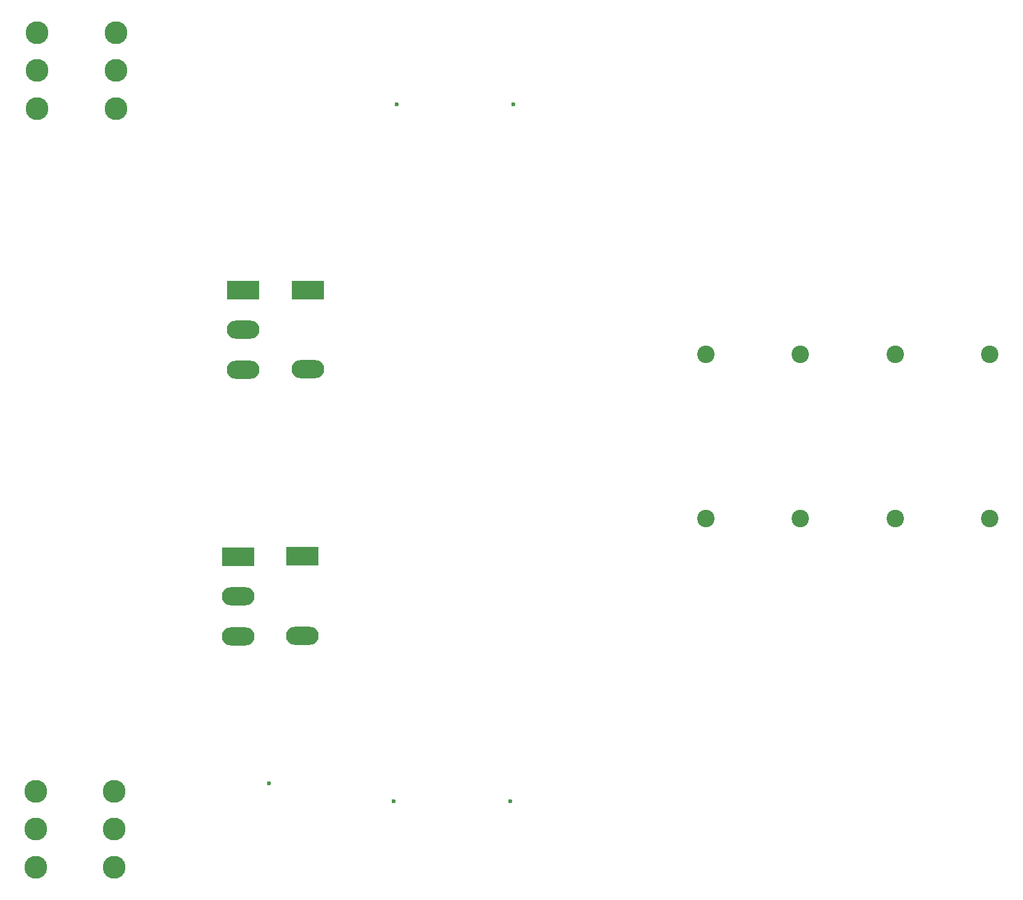
<source format=gbr>
%TF.GenerationSoftware,KiCad,Pcbnew,9.0.6*%
%TF.CreationDate,2025-12-19T02:54:44-05:00*%
%TF.ProjectId,CSI_Tester,4353495f-5465-4737-9465-722e6b696361,rev?*%
%TF.SameCoordinates,Original*%
%TF.FileFunction,Copper,L3,Inr*%
%TF.FilePolarity,Positive*%
%FSLAX46Y46*%
G04 Gerber Fmt 4.6, Leading zero omitted, Abs format (unit mm)*
G04 Created by KiCad (PCBNEW 9.0.6) date 2025-12-19 02:54:44*
%MOMM*%
%LPD*%
G01*
G04 APERTURE LIST*
%TA.AperFunction,ComponentPad*%
%ADD10C,2.400000*%
%TD*%
%TA.AperFunction,ComponentPad*%
%ADD11R,4.500000X2.500000*%
%TD*%
%TA.AperFunction,ComponentPad*%
%ADD12O,4.500000X2.500000*%
%TD*%
%TA.AperFunction,ComponentPad*%
%ADD13C,3.124200*%
%TD*%
%TA.AperFunction,ViaPad*%
%ADD14C,0.600000*%
%TD*%
G04 APERTURE END LIST*
D10*
%TO.N,/Tester_Board/Vc-*%
%TO.C,C4*%
X210800000Y-96250000D03*
%TO.N,/Tester_Board/Vc+*%
X210800000Y-73750000D03*
%TD*%
D11*
%TO.N,/Tester_Board/Vg_L*%
%TO.C,Q1*%
X107615000Y-101498400D03*
D12*
%TO.N,/Tester_Board/Vdc+*%
X107615000Y-106948400D03*
%TO.N,/Tester_Board/Vs_L*%
X107615000Y-112398400D03*
%TD*%
D10*
%TO.N,/Tester_Board/Vc-*%
%TO.C,C2*%
X184800000Y-96250000D03*
%TO.N,/Tester_Board/Vc+*%
X184800000Y-73750000D03*
%TD*%
%TO.N,/Tester_Board/Vc-*%
%TO.C,C1*%
X171800000Y-96250000D03*
%TO.N,/Tester_Board/Vc+*%
X171800000Y-73750000D03*
%TD*%
D11*
%TO.N,/Tester_Board/Vcvr1*%
%TO.C,D1*%
X116466200Y-101433200D03*
D12*
%TO.N,/Tester_Board/Vs_L*%
X116466200Y-112333200D03*
%TD*%
D11*
%TO.N,/Tester_Board/Vcvr2*%
%TO.C,D2*%
X117228200Y-64908000D03*
D12*
%TO.N,/Tester_Board/Vs_H*%
X117228200Y-75808000D03*
%TD*%
D10*
%TO.N,/Tester_Board/Vc-*%
%TO.C,C3*%
X197800000Y-96250000D03*
%TO.N,/Tester_Board/Vc+*%
X197800000Y-73750000D03*
%TD*%
D13*
%TO.N,/Tester_Board/Vdc+*%
%TO.C,J3*%
X80040600Y-29616850D03*
X80040600Y-34823850D03*
X80040600Y-40030850D03*
X90835600Y-29616850D03*
X90835600Y-34823850D03*
X90835600Y-40030850D03*
%TD*%
D11*
%TO.N,/Tester_Board/Vg_H*%
%TO.C,Q2*%
X108356400Y-64922400D03*
D12*
%TO.N,/Tester_Board/Vdc+*%
X108356400Y-70372400D03*
%TO.N,/Tester_Board/Vs_H*%
X108356400Y-75822400D03*
%TD*%
D13*
%TO.N,/Tester_Board/Vc-*%
%TO.C,J4*%
X90659400Y-144083150D03*
X90659400Y-138876150D03*
X90659400Y-133669150D03*
X79864400Y-144083150D03*
X79864400Y-138876150D03*
X79864400Y-133669150D03*
%TD*%
D14*
%TO.N,/Tester_Board/Vg_L*%
X111912400Y-132588000D03*
%TO.N,/Tester_Board/Vc-*%
X145000000Y-135000000D03*
%TO.N,/Tester_Board/Vc+*%
X145370000Y-39475000D03*
%TO.N,/Tester_Board/Vdc+*%
X129370000Y-39475000D03*
X129000000Y-135000000D03*
%TD*%
M02*

</source>
